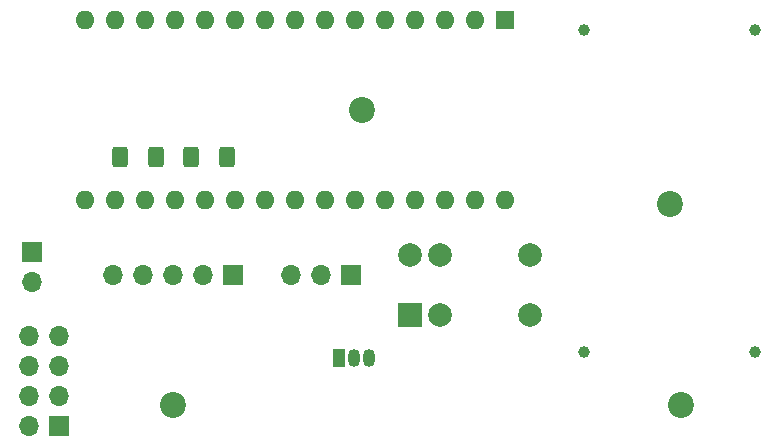
<source format=gbr>
%TF.GenerationSoftware,KiCad,Pcbnew,(6.0.6-0)*%
%TF.CreationDate,2022-07-04T00:11:51+08:00*%
%TF.ProjectId,__,4dc82e6b-6963-4616-945f-706362585858,rev?*%
%TF.SameCoordinates,Original*%
%TF.FileFunction,Soldermask,Bot*%
%TF.FilePolarity,Negative*%
%FSLAX46Y46*%
G04 Gerber Fmt 4.6, Leading zero omitted, Abs format (unit mm)*
G04 Created by KiCad (PCBNEW (6.0.6-0)) date 2022-07-04 00:11:51*
%MOMM*%
%LPD*%
G01*
G04 APERTURE LIST*
G04 Aperture macros list*
%AMRoundRect*
0 Rectangle with rounded corners*
0 $1 Rounding radius*
0 $2 $3 $4 $5 $6 $7 $8 $9 X,Y pos of 4 corners*
0 Add a 4 corners polygon primitive as box body*
4,1,4,$2,$3,$4,$5,$6,$7,$8,$9,$2,$3,0*
0 Add four circle primitives for the rounded corners*
1,1,$1+$1,$2,$3*
1,1,$1+$1,$4,$5*
1,1,$1+$1,$6,$7*
1,1,$1+$1,$8,$9*
0 Add four rect primitives between the rounded corners*
20,1,$1+$1,$2,$3,$4,$5,0*
20,1,$1+$1,$4,$5,$6,$7,0*
20,1,$1+$1,$6,$7,$8,$9,0*
20,1,$1+$1,$8,$9,$2,$3,0*%
G04 Aperture macros list end*
%ADD10R,2.000000X2.000000*%
%ADD11C,2.000000*%
%ADD12C,2.200000*%
%ADD13R,1.600000X1.600000*%
%ADD14O,1.600000X1.600000*%
%ADD15R,1.050000X1.500000*%
%ADD16O,1.050000X1.500000*%
%ADD17R,1.700000X1.700000*%
%ADD18O,1.700000X1.700000*%
%ADD19C,1.000000*%
%ADD20RoundRect,0.250000X0.400000X0.625000X-0.400000X0.625000X-0.400000X-0.625000X0.400000X-0.625000X0*%
G04 APERTURE END LIST*
D10*
%TO.C,K1*%
X98042500Y-128407500D03*
D11*
X100582500Y-128407500D03*
X108202500Y-128407500D03*
X108202500Y-123327500D03*
X100582500Y-123327500D03*
X98042500Y-123327500D03*
%TD*%
D12*
%TO.C,M2*%
X121000000Y-136000000D03*
%TD*%
D13*
%TO.C,Arduino1*%
X106050000Y-103390000D03*
D14*
X103510000Y-103390000D03*
X100970000Y-103390000D03*
X98430000Y-103390000D03*
X95890000Y-103390000D03*
X93350000Y-103390000D03*
X90810000Y-103390000D03*
X88270000Y-103390000D03*
X85730000Y-103390000D03*
X83190000Y-103390000D03*
X80650000Y-103390000D03*
X78110000Y-103390000D03*
X75570000Y-103390000D03*
X73030000Y-103390000D03*
X70490000Y-103390000D03*
X70490000Y-118630000D03*
X73030000Y-118630000D03*
X75570000Y-118630000D03*
X78110000Y-118630000D03*
X80650000Y-118630000D03*
X83190000Y-118630000D03*
X85730000Y-118630000D03*
X88270000Y-118630000D03*
X90810000Y-118630000D03*
X93350000Y-118630000D03*
X95890000Y-118630000D03*
X98430000Y-118630000D03*
X100970000Y-118630000D03*
X103510000Y-118630000D03*
X106050000Y-118630000D03*
%TD*%
D15*
%TO.C,Q1*%
X92000000Y-132000000D03*
D16*
X93270000Y-132000000D03*
X94540000Y-132000000D03*
%TD*%
D17*
%TO.C,J2_CTRL*%
X83075000Y-125000000D03*
D18*
X80535000Y-125000000D03*
X77995000Y-125000000D03*
X75455000Y-125000000D03*
X72915000Y-125000000D03*
%TD*%
D19*
%TO.C,TR1*%
X112800000Y-104250000D03*
X127200000Y-104250000D03*
X112800000Y-131500000D03*
X127200000Y-131500000D03*
%TD*%
D17*
%TO.C,J1_PWR*%
X93000000Y-125000000D03*
D18*
X90460000Y-125000000D03*
X87920000Y-125000000D03*
%TD*%
D12*
%TO.C,M2*%
X78000000Y-136000000D03*
%TD*%
D17*
%TO.C,J3_LIGHT*%
X66000000Y-123000000D03*
D18*
X66000000Y-125540000D03*
%TD*%
D12*
%TO.C,M2*%
X94000000Y-111000000D03*
%TD*%
%TO.C,M2*%
X120000000Y-119000000D03*
%TD*%
D17*
%TO.C,J4_2.4G*%
X68275000Y-137800000D03*
D18*
X65735000Y-137800000D03*
X68275000Y-135260000D03*
X65735000Y-135260000D03*
X68275000Y-132720000D03*
X65735000Y-132720000D03*
X68275000Y-130180000D03*
X65735000Y-130180000D03*
%TD*%
D20*
%TO.C,R2*%
X82550000Y-115000000D03*
X79450000Y-115000000D03*
%TD*%
%TO.C,R1*%
X76550000Y-115000000D03*
X73450000Y-115000000D03*
%TD*%
M02*

</source>
